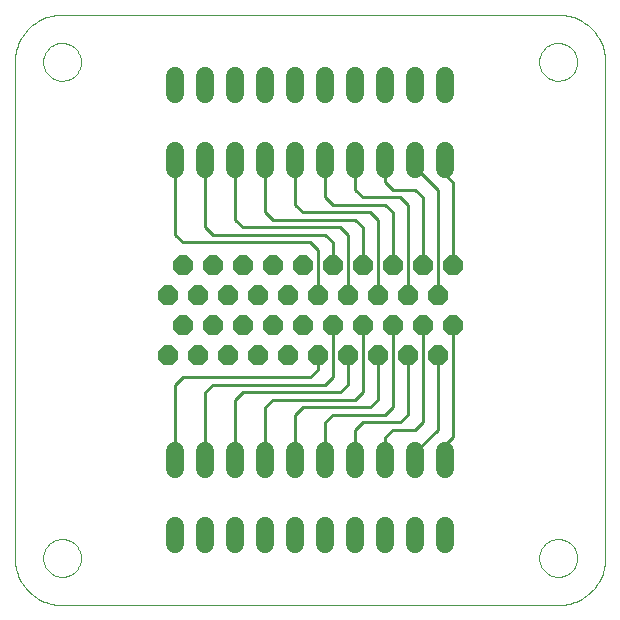
<source format=gbl>
G75*
%MOIN*%
%OFA0B0*%
%FSLAX24Y24*%
%IPPOS*%
%LPD*%
%AMOC8*
5,1,8,0,0,1.08239X$1,22.5*
%
%ADD10C,0.0600*%
%ADD11OC8,0.0660*%
%ADD12C,0.0000*%
%ADD13C,0.0100*%
D10*
X010954Y005458D02*
X010954Y006058D01*
X011954Y006058D02*
X011954Y005458D01*
X012954Y005458D02*
X012954Y006058D01*
X013954Y006058D02*
X013954Y005458D01*
X014954Y005458D02*
X014954Y006058D01*
X015954Y006058D02*
X015954Y005458D01*
X016954Y005458D02*
X016954Y006058D01*
X017954Y006058D02*
X017954Y005458D01*
X018954Y005458D02*
X018954Y006058D01*
X019954Y006058D02*
X019954Y005458D01*
X019954Y007958D02*
X019954Y008558D01*
X018954Y008558D02*
X018954Y007958D01*
X017954Y007958D02*
X017954Y008558D01*
X016954Y008558D02*
X016954Y007958D01*
X015954Y007958D02*
X015954Y008558D01*
X014954Y008558D02*
X014954Y007958D01*
X013954Y007958D02*
X013954Y008558D01*
X012954Y008558D02*
X012954Y007958D01*
X011954Y007958D02*
X011954Y008558D01*
X010954Y008558D02*
X010954Y007958D01*
X010954Y017958D02*
X010954Y018558D01*
X011954Y018558D02*
X011954Y017958D01*
X012954Y017958D02*
X012954Y018558D01*
X013954Y018558D02*
X013954Y017958D01*
X014954Y017958D02*
X014954Y018558D01*
X015954Y018558D02*
X015954Y017958D01*
X016954Y017958D02*
X016954Y018558D01*
X017954Y018558D02*
X017954Y017958D01*
X018954Y017958D02*
X018954Y018558D01*
X019954Y018558D02*
X019954Y017958D01*
X019954Y020458D02*
X019954Y021058D01*
X018954Y021058D02*
X018954Y020458D01*
X017954Y020458D02*
X017954Y021058D01*
X016954Y021058D02*
X016954Y020458D01*
X015954Y020458D02*
X015954Y021058D01*
X014954Y021058D02*
X014954Y020458D01*
X013954Y020458D02*
X013954Y021058D01*
X012954Y021058D02*
X012954Y020458D01*
X011954Y020458D02*
X011954Y021058D01*
X010954Y021058D02*
X010954Y020458D01*
D11*
X011204Y014758D03*
X012204Y014758D03*
X013204Y014758D03*
X014204Y014758D03*
X015204Y014758D03*
X016204Y014758D03*
X017204Y014758D03*
X018204Y014758D03*
X019204Y014758D03*
X020204Y014758D03*
X019704Y013758D03*
X018704Y013758D03*
X017704Y013758D03*
X016704Y013758D03*
X015704Y013758D03*
X014704Y013758D03*
X013704Y013758D03*
X012704Y013758D03*
X011704Y013758D03*
X010704Y013758D03*
X011204Y012758D03*
X012204Y012758D03*
X013204Y012758D03*
X014204Y012758D03*
X015204Y012758D03*
X016204Y012758D03*
X017204Y012758D03*
X018204Y012758D03*
X019204Y012758D03*
X020204Y012758D03*
X019704Y011758D03*
X018704Y011758D03*
X017704Y011758D03*
X016704Y011758D03*
X015704Y011758D03*
X014704Y011758D03*
X013704Y011758D03*
X012704Y011758D03*
X011704Y011758D03*
X010704Y011758D03*
D12*
X005612Y004990D02*
X005612Y021526D01*
X006557Y021526D02*
X006559Y021576D01*
X006565Y021626D01*
X006575Y021675D01*
X006589Y021723D01*
X006606Y021770D01*
X006627Y021815D01*
X006652Y021859D01*
X006680Y021900D01*
X006712Y021939D01*
X006746Y021976D01*
X006783Y022010D01*
X006823Y022040D01*
X006865Y022067D01*
X006909Y022091D01*
X006955Y022112D01*
X007002Y022128D01*
X007050Y022141D01*
X007100Y022150D01*
X007149Y022155D01*
X007200Y022156D01*
X007250Y022153D01*
X007299Y022146D01*
X007348Y022135D01*
X007396Y022120D01*
X007442Y022102D01*
X007487Y022080D01*
X007530Y022054D01*
X007571Y022025D01*
X007610Y021993D01*
X007646Y021958D01*
X007678Y021920D01*
X007708Y021880D01*
X007735Y021837D01*
X007758Y021793D01*
X007777Y021747D01*
X007793Y021699D01*
X007805Y021650D01*
X007813Y021601D01*
X007817Y021551D01*
X007817Y021501D01*
X007813Y021451D01*
X007805Y021402D01*
X007793Y021353D01*
X007777Y021305D01*
X007758Y021259D01*
X007735Y021215D01*
X007708Y021172D01*
X007678Y021132D01*
X007646Y021094D01*
X007610Y021059D01*
X007571Y021027D01*
X007530Y020998D01*
X007487Y020972D01*
X007442Y020950D01*
X007396Y020932D01*
X007348Y020917D01*
X007299Y020906D01*
X007250Y020899D01*
X007200Y020896D01*
X007149Y020897D01*
X007100Y020902D01*
X007050Y020911D01*
X007002Y020924D01*
X006955Y020940D01*
X006909Y020961D01*
X006865Y020985D01*
X006823Y021012D01*
X006783Y021042D01*
X006746Y021076D01*
X006712Y021113D01*
X006680Y021152D01*
X006652Y021193D01*
X006627Y021237D01*
X006606Y021282D01*
X006589Y021329D01*
X006575Y021377D01*
X006565Y021426D01*
X006559Y021476D01*
X006557Y021526D01*
X005612Y021526D02*
X005614Y021603D01*
X005620Y021680D01*
X005629Y021757D01*
X005642Y021833D01*
X005659Y021909D01*
X005680Y021983D01*
X005704Y022057D01*
X005732Y022129D01*
X005763Y022199D01*
X005798Y022268D01*
X005836Y022336D01*
X005877Y022401D01*
X005922Y022464D01*
X005970Y022525D01*
X006020Y022584D01*
X006073Y022640D01*
X006129Y022693D01*
X006188Y022743D01*
X006249Y022791D01*
X006312Y022836D01*
X006377Y022877D01*
X006445Y022915D01*
X006514Y022950D01*
X006584Y022981D01*
X006656Y023009D01*
X006730Y023033D01*
X006804Y023054D01*
X006880Y023071D01*
X006956Y023084D01*
X007033Y023093D01*
X007110Y023099D01*
X007187Y023101D01*
X023722Y023101D01*
X023092Y021526D02*
X023094Y021576D01*
X023100Y021626D01*
X023110Y021675D01*
X023124Y021723D01*
X023141Y021770D01*
X023162Y021815D01*
X023187Y021859D01*
X023215Y021900D01*
X023247Y021939D01*
X023281Y021976D01*
X023318Y022010D01*
X023358Y022040D01*
X023400Y022067D01*
X023444Y022091D01*
X023490Y022112D01*
X023537Y022128D01*
X023585Y022141D01*
X023635Y022150D01*
X023684Y022155D01*
X023735Y022156D01*
X023785Y022153D01*
X023834Y022146D01*
X023883Y022135D01*
X023931Y022120D01*
X023977Y022102D01*
X024022Y022080D01*
X024065Y022054D01*
X024106Y022025D01*
X024145Y021993D01*
X024181Y021958D01*
X024213Y021920D01*
X024243Y021880D01*
X024270Y021837D01*
X024293Y021793D01*
X024312Y021747D01*
X024328Y021699D01*
X024340Y021650D01*
X024348Y021601D01*
X024352Y021551D01*
X024352Y021501D01*
X024348Y021451D01*
X024340Y021402D01*
X024328Y021353D01*
X024312Y021305D01*
X024293Y021259D01*
X024270Y021215D01*
X024243Y021172D01*
X024213Y021132D01*
X024181Y021094D01*
X024145Y021059D01*
X024106Y021027D01*
X024065Y020998D01*
X024022Y020972D01*
X023977Y020950D01*
X023931Y020932D01*
X023883Y020917D01*
X023834Y020906D01*
X023785Y020899D01*
X023735Y020896D01*
X023684Y020897D01*
X023635Y020902D01*
X023585Y020911D01*
X023537Y020924D01*
X023490Y020940D01*
X023444Y020961D01*
X023400Y020985D01*
X023358Y021012D01*
X023318Y021042D01*
X023281Y021076D01*
X023247Y021113D01*
X023215Y021152D01*
X023187Y021193D01*
X023162Y021237D01*
X023141Y021282D01*
X023124Y021329D01*
X023110Y021377D01*
X023100Y021426D01*
X023094Y021476D01*
X023092Y021526D01*
X023722Y023101D02*
X023799Y023099D01*
X023876Y023093D01*
X023953Y023084D01*
X024029Y023071D01*
X024105Y023054D01*
X024179Y023033D01*
X024253Y023009D01*
X024325Y022981D01*
X024395Y022950D01*
X024464Y022915D01*
X024532Y022877D01*
X024597Y022836D01*
X024660Y022791D01*
X024721Y022743D01*
X024780Y022693D01*
X024836Y022640D01*
X024889Y022584D01*
X024939Y022525D01*
X024987Y022464D01*
X025032Y022401D01*
X025073Y022336D01*
X025111Y022268D01*
X025146Y022199D01*
X025177Y022129D01*
X025205Y022057D01*
X025229Y021983D01*
X025250Y021909D01*
X025267Y021833D01*
X025280Y021757D01*
X025289Y021680D01*
X025295Y021603D01*
X025297Y021526D01*
X025297Y004990D01*
X023092Y004990D02*
X023094Y005040D01*
X023100Y005090D01*
X023110Y005139D01*
X023124Y005187D01*
X023141Y005234D01*
X023162Y005279D01*
X023187Y005323D01*
X023215Y005364D01*
X023247Y005403D01*
X023281Y005440D01*
X023318Y005474D01*
X023358Y005504D01*
X023400Y005531D01*
X023444Y005555D01*
X023490Y005576D01*
X023537Y005592D01*
X023585Y005605D01*
X023635Y005614D01*
X023684Y005619D01*
X023735Y005620D01*
X023785Y005617D01*
X023834Y005610D01*
X023883Y005599D01*
X023931Y005584D01*
X023977Y005566D01*
X024022Y005544D01*
X024065Y005518D01*
X024106Y005489D01*
X024145Y005457D01*
X024181Y005422D01*
X024213Y005384D01*
X024243Y005344D01*
X024270Y005301D01*
X024293Y005257D01*
X024312Y005211D01*
X024328Y005163D01*
X024340Y005114D01*
X024348Y005065D01*
X024352Y005015D01*
X024352Y004965D01*
X024348Y004915D01*
X024340Y004866D01*
X024328Y004817D01*
X024312Y004769D01*
X024293Y004723D01*
X024270Y004679D01*
X024243Y004636D01*
X024213Y004596D01*
X024181Y004558D01*
X024145Y004523D01*
X024106Y004491D01*
X024065Y004462D01*
X024022Y004436D01*
X023977Y004414D01*
X023931Y004396D01*
X023883Y004381D01*
X023834Y004370D01*
X023785Y004363D01*
X023735Y004360D01*
X023684Y004361D01*
X023635Y004366D01*
X023585Y004375D01*
X023537Y004388D01*
X023490Y004404D01*
X023444Y004425D01*
X023400Y004449D01*
X023358Y004476D01*
X023318Y004506D01*
X023281Y004540D01*
X023247Y004577D01*
X023215Y004616D01*
X023187Y004657D01*
X023162Y004701D01*
X023141Y004746D01*
X023124Y004793D01*
X023110Y004841D01*
X023100Y004890D01*
X023094Y004940D01*
X023092Y004990D01*
X023722Y003415D02*
X023799Y003417D01*
X023876Y003423D01*
X023953Y003432D01*
X024029Y003445D01*
X024105Y003462D01*
X024179Y003483D01*
X024253Y003507D01*
X024325Y003535D01*
X024395Y003566D01*
X024464Y003601D01*
X024532Y003639D01*
X024597Y003680D01*
X024660Y003725D01*
X024721Y003773D01*
X024780Y003823D01*
X024836Y003876D01*
X024889Y003932D01*
X024939Y003991D01*
X024987Y004052D01*
X025032Y004115D01*
X025073Y004180D01*
X025111Y004248D01*
X025146Y004317D01*
X025177Y004387D01*
X025205Y004459D01*
X025229Y004533D01*
X025250Y004607D01*
X025267Y004683D01*
X025280Y004759D01*
X025289Y004836D01*
X025295Y004913D01*
X025297Y004990D01*
X023722Y003416D02*
X007187Y003416D01*
X006557Y004990D02*
X006559Y005040D01*
X006565Y005090D01*
X006575Y005139D01*
X006589Y005187D01*
X006606Y005234D01*
X006627Y005279D01*
X006652Y005323D01*
X006680Y005364D01*
X006712Y005403D01*
X006746Y005440D01*
X006783Y005474D01*
X006823Y005504D01*
X006865Y005531D01*
X006909Y005555D01*
X006955Y005576D01*
X007002Y005592D01*
X007050Y005605D01*
X007100Y005614D01*
X007149Y005619D01*
X007200Y005620D01*
X007250Y005617D01*
X007299Y005610D01*
X007348Y005599D01*
X007396Y005584D01*
X007442Y005566D01*
X007487Y005544D01*
X007530Y005518D01*
X007571Y005489D01*
X007610Y005457D01*
X007646Y005422D01*
X007678Y005384D01*
X007708Y005344D01*
X007735Y005301D01*
X007758Y005257D01*
X007777Y005211D01*
X007793Y005163D01*
X007805Y005114D01*
X007813Y005065D01*
X007817Y005015D01*
X007817Y004965D01*
X007813Y004915D01*
X007805Y004866D01*
X007793Y004817D01*
X007777Y004769D01*
X007758Y004723D01*
X007735Y004679D01*
X007708Y004636D01*
X007678Y004596D01*
X007646Y004558D01*
X007610Y004523D01*
X007571Y004491D01*
X007530Y004462D01*
X007487Y004436D01*
X007442Y004414D01*
X007396Y004396D01*
X007348Y004381D01*
X007299Y004370D01*
X007250Y004363D01*
X007200Y004360D01*
X007149Y004361D01*
X007100Y004366D01*
X007050Y004375D01*
X007002Y004388D01*
X006955Y004404D01*
X006909Y004425D01*
X006865Y004449D01*
X006823Y004476D01*
X006783Y004506D01*
X006746Y004540D01*
X006712Y004577D01*
X006680Y004616D01*
X006652Y004657D01*
X006627Y004701D01*
X006606Y004746D01*
X006589Y004793D01*
X006575Y004841D01*
X006565Y004890D01*
X006559Y004940D01*
X006557Y004990D01*
X005612Y004990D02*
X005614Y004913D01*
X005620Y004836D01*
X005629Y004759D01*
X005642Y004683D01*
X005659Y004607D01*
X005680Y004533D01*
X005704Y004459D01*
X005732Y004387D01*
X005763Y004317D01*
X005798Y004248D01*
X005836Y004180D01*
X005877Y004115D01*
X005922Y004052D01*
X005970Y003991D01*
X006020Y003932D01*
X006073Y003876D01*
X006129Y003823D01*
X006188Y003773D01*
X006249Y003725D01*
X006312Y003680D01*
X006377Y003639D01*
X006445Y003601D01*
X006514Y003566D01*
X006584Y003535D01*
X006656Y003507D01*
X006730Y003483D01*
X006804Y003462D01*
X006880Y003445D01*
X006956Y003432D01*
X007033Y003423D01*
X007110Y003417D01*
X007187Y003415D01*
D13*
X010954Y008258D02*
X010954Y010758D01*
X011204Y011008D01*
X015454Y011008D01*
X015704Y011258D01*
X015704Y011758D01*
X016204Y011008D02*
X015954Y010758D01*
X012204Y010758D01*
X011954Y010508D01*
X011954Y008258D01*
X012954Y008258D02*
X012954Y010258D01*
X013204Y010508D01*
X016454Y010508D01*
X016704Y010758D01*
X016704Y011758D01*
X016204Y011008D02*
X016204Y012758D01*
X017204Y012758D02*
X017204Y010508D01*
X016954Y010258D01*
X014204Y010258D01*
X013954Y010008D01*
X013954Y008258D01*
X014954Y008258D02*
X014954Y009758D01*
X015204Y010008D01*
X017454Y010008D01*
X017704Y010258D01*
X017704Y011758D01*
X018704Y011758D02*
X018704Y009758D01*
X018454Y009508D01*
X017204Y009508D01*
X016954Y009258D01*
X016954Y008258D01*
X015954Y008258D02*
X015954Y009508D01*
X016204Y009758D01*
X017954Y009758D01*
X018204Y010008D01*
X018204Y012758D01*
X019204Y012758D02*
X019204Y009508D01*
X018954Y009258D01*
X018204Y009258D01*
X017954Y009008D01*
X017954Y008258D01*
X018954Y008258D02*
X018954Y008508D01*
X019704Y009258D01*
X019704Y011758D01*
X020204Y012758D02*
X020204Y009008D01*
X019954Y008758D01*
X019954Y008258D01*
X019704Y013758D02*
X019704Y017258D01*
X018954Y018008D01*
X018954Y018258D01*
X017954Y018258D02*
X017954Y017508D01*
X018204Y017258D01*
X018954Y017258D01*
X019204Y017008D01*
X019204Y014758D01*
X018204Y014758D02*
X018204Y016508D01*
X017954Y016758D01*
X016204Y016758D01*
X015954Y017008D01*
X015954Y018258D01*
X014954Y018258D02*
X014954Y016758D01*
X015204Y016508D01*
X017454Y016508D01*
X017704Y016258D01*
X017704Y013758D01*
X016704Y013758D02*
X016704Y015758D01*
X016454Y016008D01*
X013204Y016008D01*
X012954Y016258D01*
X012954Y018258D01*
X013954Y018258D02*
X013954Y016508D01*
X014204Y016258D01*
X016954Y016258D01*
X017204Y016008D01*
X017204Y014758D01*
X016204Y014758D02*
X016204Y015508D01*
X015954Y015758D01*
X012204Y015758D01*
X011954Y016008D01*
X011954Y018258D01*
X010954Y018258D02*
X010954Y015758D01*
X011204Y015508D01*
X015454Y015508D01*
X015704Y015258D01*
X015704Y013758D01*
X018704Y013758D02*
X018704Y016758D01*
X018454Y017008D01*
X017204Y017008D01*
X016954Y017258D01*
X016954Y018258D01*
X019954Y018258D02*
X019954Y017758D01*
X020204Y017508D01*
X020204Y014758D01*
M02*

</source>
